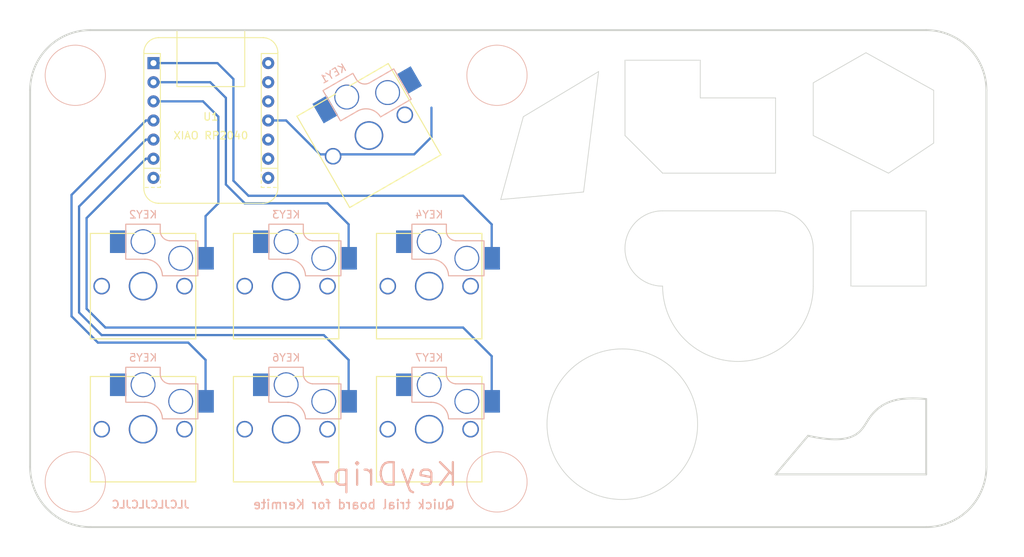
<source format=kicad_pcb>
(kicad_pcb (version 20211014) (generator pcbnew)
  (layers (0 "F.Cu" signal) (31 "B.Cu" signal) (34 "B.Paste" user) (35 "F.Paste" user) (36 "B.SilkS" user "B.Silkscreen") (37 "F.SilkS" user "F.Silkscreen") (38 "B.Mask" user) (39 "F.Mask" user) (44 "Edge.Cuts" user))
  (net 0 "")
  (net 1 "key1")
  (net 2 "GND")
  (net 3 "key2")
  (net 4 "key3")
  (net 5 "key4")
  (net 6 "key5")
  (net 7 "key6")
  (net 8 "key7")
  (footprint "local_footprints:choc_socket" (layer "F.Cu") (at 90 109 180)
    (fp_text reference "KEY6" (at 0 9.5) (layer "B.SilkS") (effects (justify mirror)))
    (fp_text value "SW_KEY" hide)
    (fp_line (start -3.5 6.025) (end -7.275 6.025) (layer "B.SilkS") (width 0.15))
    (fp_line (start 2.3 3.6) (end 2.3 8.2) (layer "B.SilkS") (width 0.15))
    (fp_line (start 2.275 3.575) (end -0.275 3.575) (layer "B.SilkS") (width 0.15))
    (fp_line (start -2.575 1.375) (end -7.275 1.375) (layer "B.SilkS") (width 0.15))
    (fp_line (start -7.275 1.4) (end -7.275 6) (layer "B.SilkS") (width 0.15))
    (fp_line (start -2.28 7.5) (end -2.28 8.2) (layer "B.SilkS") (width 0.15))
    (fp_line (start 2.275 8.225) (end -2.275 8.225) (layer "B.SilkS") (width 0.15))
    (fp_arc (start -3.5 6.03) (mid -2.595908 6.48733) (end -2.28 7.45) (layer "B.SilkS") (width 0.15))
    (fp_arc (start -0.2 3.57) (mid -1.834422 2.975843) (end -2.57 1.4) (layer "B.SilkS") (width 0.15))
    (fp_line (start -7 -7) (end 7 -7) (layer "F.SilkS") (width 0.15))
    (fp_line (start -7 7) (end -7 -7) (layer "F.SilkS") (width 0.15))
    (fp_line (start 7 7) (end -7 7) (layer "F.SilkS") (width 0.15))
    (fp_line (start 7 -7) (end 7 7) (layer "F.SilkS") (width 0.15))
    (pad "" thru_hole circle (at 0 0 270) (size 3.8 3.8) (drill 3.4) (layers *.Cu *.Mask))
    (pad "" thru_hole circle (at 0 5.9 270) (size 3.3 3.3) (drill 3) (layers *.Cu *.Mask))
    (pad "" thru_hole circle (at -5.5 0 270) (size 2.2 2.2) (drill 1.8) (layers *.Cu *.Mask))
    (pad "" thru_hole circle (at -5 3.7 270) (size 3.3 3.3) (drill 3) (layers *.Cu *.Mask))
    (pad "" thru_hole circle (at 5.5 0 270) (size 2.2 2.2) (drill 1.8) (layers *.Cu *.Mask))
    (pad "1" smd rect (at -8.3 3.7) (size 2.2 3) (layers "B.Cu" "B.Paste" "B.Mask") (net 7 "key6"))
    (pad "2" smd rect (at 3.3 5.9) (size 2.2 3) (layers "B.Cu" "B.Paste" "B.Mask") (net 2 "GND"))
  )
  (footprint "local_footprints:choc_socket" (layer "F.Cu") (at 90 90 180)
    (fp_text reference "KEY3" (at 0 9.5) (layer "B.SilkS") (effects (justify mirror)))
    (fp_text value "SW_KEY" hide)
    (fp_line (start -2.575 1.375) (end -7.275 1.375) (layer "B.SilkS") (width 0.15))
    (fp_line (start 2.275 8.225) (end -2.275 8.225) (layer "B.SilkS") (width 0.15))
    (fp_line (start -7.275 1.4) (end -7.275 6) (layer "B.SilkS") (width 0.15))
    (fp_line (start 2.275 3.575) (end -0.275 3.575) (layer "B.SilkS") (width 0.15))
    (fp_line (start -3.5 6.025) (end -7.275 6.025) (layer "B.SilkS") (width 0.15))
    (fp_line (start -2.28 7.5) (end -2.28 8.2) (layer "B.SilkS") (width 0.15))
    (fp_line (start 2.3 3.6) (end 2.3 8.2) (layer "B.SilkS") (width 0.15))
    (fp_arc (start -0.2 3.57) (mid -1.834422 2.975843) (end -2.57 1.4) (layer "B.SilkS") (width 0.15))
    (fp_arc (start -3.5 6.03) (mid -2.595908 6.48733) (end -2.28 7.45) (layer "B.SilkS") (width 0.15))
    (fp_line (start -7 -7) (end 7 -7) (layer "F.SilkS") (width 0.15))
    (fp_line (start -7 7) (end -7 -7) (layer "F.SilkS") (width 0.15))
    (fp_line (start 7 7) (end -7 7) (layer "F.SilkS") (width 0.15))
    (fp_line (start 7 -7) (end 7 7) (layer "F.SilkS") (width 0.15))
    (pad "" thru_hole circle (at -5.5 0 270) (size 2.2 2.2) (drill 1.8) (layers *.Cu *.Mask))
    (pad "" thru_hole circle (at 0 5.9 270) (size 3.3 3.3) (drill 3) (layers *.Cu *.Mask))
    (pad "" thru_hole circle (at 5.5 0 270) (size 2.2 2.2) (drill 1.8) (layers *.Cu *.Mask))
    (pad "" thru_hole circle (at 0 0 270) (size 3.8 3.8) (drill 3.4) (layers *.Cu *.Mask))
    (pad "" thru_hole circle (at -5 3.7 270) (size 3.3 3.3) (drill 3) (layers *.Cu *.Mask))
    (pad "1" smd rect (at -8.3 3.7) (size 2.2 3) (layers "B.Cu" "B.Paste" "B.Mask") (net 4 "key3"))
    (pad "2" smd rect (at 3.3 5.9) (size 2.2 3) (layers "B.Cu" "B.Paste" "B.Mask") (net 2 "GND"))
  )
  (footprint "local_footprints:choc_socket" (layer "F.Cu") (at 109 109 180)
    (fp_text reference "KEY7" (at 0 9.5) (layer "B.SilkS") (effects (justify mirror)))
    (fp_text value "SW_KEY" hide)
    (fp_line (start -3.5 6.025) (end -7.275 6.025) (layer "B.SilkS") (width 0.15))
    (fp_line (start 2.275 8.225) (end -2.275 8.225) (layer "B.SilkS") (width 0.15))
    (fp_line (start -7.275 1.4) (end -7.275 6) (layer "B.SilkS") (width 0.15))
    (fp_line (start 2.275 3.575) (end -0.275 3.575) (layer "B.SilkS") (width 0.15))
    (fp_line (start -2.575 1.375) (end -7.275 1.375) (layer "B.SilkS") (width 0.15))
    (fp_line (start -2.28 7.5) (end -2.28 8.2) (layer "B.SilkS") (width 0.15))
    (fp_line (start 2.3 3.6) (end 2.3 8.2) (layer "B.SilkS") (width 0.15))
    (fp_arc (start -3.5 6.03) (mid -2.595908 6.48733) (end -2.28 7.45) (layer "B.SilkS") (width 0.15))
    (fp_arc (start -0.2 3.57) (mid -1.834422 2.975843) (end -2.57 1.4) (layer "B.SilkS") (width 0.15))
    (fp_line (start -7 -7) (end 7 -7) (layer "F.SilkS") (width 0.15))
    (fp_line (start 7 -7) (end 7 7) (layer "F.SilkS") (width 0.15))
    (fp_line (start -7 7) (end -7 -7) (layer "F.SilkS") (width 0.15))
    (fp_line (start 7 7) (end -7 7) (layer "F.SilkS") (width 0.15))
    (pad "" thru_hole circle (at 0 5.9 270) (size 3.3 3.3) (drill 3) (layers *.Cu *.Mask))
    (pad "" thru_hole circle (at -5 3.7 270) (size 3.3 3.3) (drill 3) (layers *.Cu *.Mask))
    (pad "" thru_hole circle (at 5.5 0 270) (size 2.2 2.2) (drill 1.8) (layers *.Cu *.Mask))
    (pad "" thru_hole circle (at 0 0 270) (size 3.8 3.8) (drill 3.4) (layers *.Cu *.Mask))
    (pad "" thru_hole circle (at -5.5 0 270) (size 2.2 2.2) (drill 1.8) (layers *.Cu *.Mask))
    (pad "1" smd rect (at -8.3 3.7) (size 2.2 3) (layers "B.Cu" "B.Paste" "B.Mask") (net 8 "key7"))
    (pad "2" smd rect (at 3.3 5.9) (size 2.2 3) (layers "B.Cu" "B.Paste" "B.Mask") (net 2 "GND"))
  )
  (footprint "local_footprints:choc_socket" (layer "F.Cu") (at 71 109 180)
    (fp_text reference "KEY5" (at 0 9.5) (layer "B.SilkS") (effects (justify mirror)))
    (fp_text value "SW_KEY" hide)
    (fp_line (start 2.3 3.6) (end 2.3 8.2) (layer "B.SilkS") (width 0.15))
    (fp_line (start -2.28 7.5) (end -2.28 8.2) (layer "B.SilkS") (width 0.15))
    (fp_line (start -7.275 1.4) (end -7.275 6) (layer "B.SilkS") (width 0.15))
    (fp_line (start -3.5 6.025) (end -7.275 6.025) (layer "B.SilkS") (width 0.15))
    (fp_line (start 2.275 3.575) (end -0.275 3.575) (layer "B.SilkS") (width 0.15))
    (fp_line (start -2.575 1.375) (end -7.275 1.375) (layer "B.SilkS") (width 0.15))
    (fp_line (start 2.275 8.225) (end -2.275 8.225) (layer "B.SilkS") (width 0.15))
    (fp_arc (start -3.5 6.03) (mid -2.595908 6.48733) (end -2.28 7.45) (layer "B.SilkS") (width 0.15))
    (fp_arc (start -0.2 3.57) (mid -1.834422 2.975843) (end -2.57 1.4) (layer "B.SilkS") (width 0.15))
    (fp_line (start 7 7) (end -7 7) (layer "F.SilkS") (width 0.15))
    (fp_line (start 7 -7) (end 7 7) (layer "F.SilkS") (width 0.15))
    (fp_line (start -7 -7) (end 7 -7) (layer "F.SilkS") (width 0.15))
    (fp_line (start -7 7) (end -7 -7) (layer "F.SilkS") (width 0.15))
    (pad "" thru_hole circle (at -5 3.7 270) (size 3.3 3.3) (drill 3) (layers *.Cu *.Mask))
    (pad "" thru_hole circle (at 0 0 270) (size 3.8 3.8) (drill 3.4) (layers *.Cu *.Mask))
    (pad "" thru_hole circle (at 0 5.9 270) (size 3.3 3.3) (drill 3) (layers *.Cu *.Mask))
    (pad "" thru_hole circle (at 5.5 0 270) (size 2.2 2.2) (drill 1.8) (layers *.Cu *.Mask))
    (pad "" thru_hole circle (at -5.5 0 270) (size 2.2 2.2) (drill 1.8) (layers *.Cu *.Mask))
    (pad "1" smd rect (at -8.3 3.7) (size 2.2 3) (layers "B.Cu" "B.Paste" "B.Mask") (net 6 "key5"))
    (pad "2" smd rect (at 3.3 5.9) (size 2.2 3) (layers "B.Cu" "B.Paste" "B.Mask") (net 2 "GND"))
  )
  (footprint "local_footprints:choc_socket" (layer "F.Cu") (at 101 70 -150)
    (fp_text reference "KEY1" (at 0 9.5 -330) (layer "B.SilkS") (effects (justify mirror)))
    (fp_text value "SW_KEY" hide)
    (fp_line (start -3.5 6.025) (end -7.275 6.025) (layer "B.SilkS") (width 0.15))
    (fp_line (start 2.3 3.6) (end 2.3 8.2) (layer "B.SilkS") (width 0.15))
    (fp_line (start 2.275 3.575) (end -0.275 3.575) (layer "B.SilkS") (width 0.15))
    (fp_line (start -2.575 1.375) (end -7.275 1.375) (layer "B.SilkS") (width 0.15))
    (fp_line (start -2.28 7.5) (end -2.28 8.2) (layer "B.SilkS") (width 0.15))
    (fp_line (start -7.275 1.4) (end -7.275 6) (layer "B.SilkS") (width 0.15))
    (fp_line (start 2.275 8.225) (end -2.275 8.225) (layer "B.SilkS") (width 0.15))
    (fp_arc (start -3.5 6.03) (mid -2.595909 6.48733) (end -2.28 7.45) (layer "B.SilkS") (width 0.15))
    (fp_arc (start -0.2 3.57) (mid -1.834422 2.975843) (end -2.57 1.4) (layer "B.SilkS") (width 0.15))
    (fp_line (start -7 7) (end -7 -7) (layer "F.SilkS") (width 0.15))
    (fp_line (start 7 -7) (end 7 7) (layer "F.SilkS") (width 0.15))
    (fp_line (start 7 7) (end -7 7) (layer "F.SilkS") (width 0.15))
    (fp_line (start -7 -7) (end 7 -7) (layer "F.SilkS") (width 0.15))
    (pad "" thru_hole circle (at -5 3.7 300) (size 3.3 3.3) (drill 3) (layers *.Cu *.Mask))
    (pad "" thru_hole circle (at 0 0 300) (size 3.8 3.8) (drill 3.4) (layers *.Cu *.Mask))
    (pad "" thru_hole circle (at 0 5.9 300) (size 3.3 3.3) (drill 3) (layers *.Cu *.Mask))
    (pad "" thru_hole circle (at -5.5 0 300) (size 2.2 2.2) (drill 1.8) (layers *.Cu *.Mask))
    (pad "" thru_hole circle (at 5.5 0 300) (size 2.2 2.2) (drill 1.8) (layers *.Cu *.Mask))
    (pad "1" smd rect (at -8.3 3.7 30) (size 2.2 3) (layers "B.Cu" "B.Paste" "B.Mask") (net 1 "key1"))
    (pad "2" smd rect (at 3.3 5.9 30) (size 2.2 3) (layers "B.Cu" "B.Paste" "B.Mask") (net 2 "GND"))
  )
  (footprint "local_footprints:choc_socket" (layer "F.Cu") (at 109 90 180)
    (fp_text reference "KEY4" (at 0 9.5) (layer "B.SilkS") (effects (justify mirror)))
    (fp_text value "SW_KEY" hide)
    (fp_line (start -3.5 6.025) (end -7.275 6.025) (layer "B.SilkS") (width 0.15))
    (fp_line (start -2.575 1.375) (end -7.275 1.375) (layer "B.SilkS") (width 0.15))
    (fp_line (start 2.275 3.575) (end -0.275 3.575) (layer "B.SilkS") (width 0.15))
    (fp_line (start 2.3 3.6) (end 2.3 8.2) (layer "B.SilkS") (width 0.15))
    (fp_line (start 2.275 8.225) (end -2.275 8.225) (layer "B.SilkS") (width 0.15))
    (fp_line (start -7.275 1.4) (end -7.275 6) (layer "B.SilkS") (width 0.15))
    (fp_line (start -2.28 7.5) (end -2.28 8.2) (layer "B.SilkS") (width 0.15))
    (fp_arc (start -3.5 6.03) (mid -2.595908 6.48733) (end -2.28 7.45) (layer "B.SilkS") (width 0.15))
    (fp_arc (start -0.2 3.57) (mid -1.834422 2.975843) (end -2.57 1.4) (layer "B.SilkS") (width 0.15))
    (fp_line (start -7 -7) (end 7 -7) (layer "F.SilkS") (width 0.15))
    (fp_line (start -7 7) (end -7 -7) (layer "F.SilkS") (width 0.15))
    (fp_line (start 7 -7) (end 7 7) (layer "F.SilkS") (width 0.15))
    (fp_line (start 7 7) (end -7 7) (layer "F.SilkS") (width 0.15))
    (pad "" thru_hole circle (at 5.5 0 270) (size 2.2 2.2) (drill 1.8) (layers *.Cu *.Mask))
    (pad "" thru_hole circle (at 0 5.9 270) (size 3.3 3.3) (drill 3) (layers *.Cu *.Mask))
    (pad "" thru_hole circle (at 0 0 270) (size 3.8 3.8) (drill 3.4) (layers *.Cu *.Mask))
    (pad "" thru_hole circle (at -5 3.7 270) (size 3.3 3.3) (drill 3) (layers *.Cu *.Mask))
    (pad "" thru_hole circle (at -5.5 0 270) (size 2.2 2.2) (drill 1.8) (layers *.Cu *.Mask))
    (pad "1" smd rect (at -8.3 3.7) (size 2.2 3) (layers "B.Cu" "B.Paste" "B.Mask") (net 5 "key4"))
    (pad "2" smd rect (at 3.3 5.9) (size 2.2 3) (layers "B.Cu" "B.Paste" "B.Mask") (net 2 "GND"))
  )
  (footprint "local_footprints:choc_socket" (layer "F.Cu") (at 71 90 180)
    (fp_text reference "KEY2" (at 0 9.5) (layer "B.SilkS") (effects (justify mirror)))
    (fp_text value "SW_KEY" hide)
    (fp_line (start 2.275 8.225) (end -2.275 8.225) (layer "B.SilkS") (width 0.15))
    (fp_line (start -7.275 1.4) (end -7.275 6) (layer "B.SilkS") (width 0.15))
    (fp_line (start -2.28 7.5) (end -2.28 8.2) (layer "B.SilkS") (width 0.15))
    (fp_line (start -2.575 1.375) (end -7.275 1.375) (layer "B.SilkS") (width 0.15))
    (fp_line (start -3.5 6.025) (end -7.275 6.025) (layer "B.SilkS") (width 0.15))
    (fp_line (start 2.3 3.6) (end 2.3 8.2) (layer "B.SilkS") (width 0.15))
    (fp_line (start 2.275 3.575) (end -0.275 3.575) (layer "B.SilkS") (width 0.15))
    (fp_arc (start -3.5 6.03) (mid -2.595908 6.48733) (end -2.28 7.45) (layer "B.SilkS") (width 0.15))
    (fp_arc (start -0.2 3.57) (mid -1.834422 2.975843) (end -2.57 1.4) (layer "B.SilkS") (width 0.15))
    (fp_line (start -7 -7) (end 7 -7) (layer "F.SilkS") (width 0.15))
    (fp_line (start -7 7) (end -7 -7) (layer "F.SilkS") (width 0.15))
    (fp_line (start 7 -7) (end 7 7) (layer "F.SilkS") (width 0.15))
    (fp_line (start 7 7) (end -7 7) (layer "F.SilkS") (width 0.15))
    (pad "" thru_hole circle (at 0 0 270) (size 3.8 3.8) (drill 3.4) (layers *.Cu *.Mask))
    (pad "" thru_hole circle (at -5 3.7 270) (size 3.3 3.3) (drill 3) (layers *.Cu *.Mask))
    (pad "" thru_hole circle (at 5.5 0 270) (size 2.2 2.2) (drill 1.8) (layers *.Cu *.Mask))
    (pad "" thru_hole circle (at -5.5 0 270) (size 2.2 2.2) (drill 1.8) (layers *.Cu *.Mask))
    (pad "" thru_hole circle (at 0 5.9 270) (size 3.3 3.3) (drill 3) (layers *.Cu *.Mask))
    (pad "1" smd rect (at -8.3 3.7) (size 2.2 3) (layers "B.Cu" "B.Paste" "B.Mask") (net 3 "key2"))
    (pad "2" smd rect (at 3.3 5.9) (size 2.2 3) (layers "B.Cu" "B.Paste" "B.Mask") (net 2 "GND"))
  )
  (footprint "local_footprints:xiao_rp2040" (layer "F.Cu") (at 80 68)
    (fp_text reference "U1" (at 0 -0.5 unlocked) (layer "F.SilkS"))
    (fp_text value "XIAO RP2040" (at 0 2 unlocked) (layer "F.SilkS"))
    (fp_line (start 6.7 8.75) (end 6.7 8.89) (layer "F.SilkS") (width 0.13))
    (fp_line (start -6.7 8.75) (end -6.7 8.89) (layer "F.SilkS") (width 0.13))
    (fp_line (start -6.7 -8.89) (end -6.7 6.35) (layer "F.SilkS") (width 0.13))
    (fp_line (start 8.7 8.89) (end 8.3 8.89) (layer "F.SilkS") (width 0.13))
    (fp_line (start -8.9 -9) (end -8.9 9) (layer "F.SilkS") (width 0.13))
    (fp_line (start -7 11) (end 7 11) (layer "F.SilkS") (width 0.13))
    (fp_line (start -7.5 8.89) (end -7.9 8.89) (layer "F.SilkS") (width 0.13))
    (fp_line (start -8.8 -8.89) (end -6.7 -8.89) (layer "F.SilkS") (width 0.13))
    (fp_line (start -8.3 8.89) (end -8.7 8.89) (layer "F.SilkS") (width 0.13))
    (fp_line (start 7.1 8.89) (end 6.7 8.89) (layer "F.SilkS") (width 0.13))
    (fp_line (start 4.5 -12) (end -4.5 -12) (layer "F.SilkS") (width 0.13))
    (fp_line (start -6.7 6.35) (end -6.7 6.75) (layer "F.SilkS") (width 0.13))
    (fp_line (start 6.7 7.95) (end 6.7 8.35) (layer "F.SilkS") (width 0.13))
    (fp_line (start -6.7 7.15) (end -6.7 7.55) (layer "F.SilkS") (width 0.13))
    (fp_line (start 6.7 6.35) (end 6.7 -8.89) (layer "F.SilkS") (width 0.13))
    (fp_line (start -4.5 -12) (end -4.5 -4.5) (layer "F.SilkS") (width 0.13))
    (fp_line (start 6.7 -8.89) (end 8.8 -8.89) (layer "F.SilkS") (width 0.13))
    (fp_line (start 6.7 7.15) (end 6.7 7.55) (layer "F.SilkS") (width 0.13))
    (fp_line (start 7 -11) (end -7 -11) (layer "F.SilkS") (width 0.13))
    (fp_line (start 8.9 9) (end 8.9 -9) (layer "F.SilkS") (width 0.13))
    (fp_line (start -8.8 6.35) (end -6.7 6.35) (layer "F.SilkS") (width 0.13))
    (fp_line (start -6.7 8.89) (end -7.1 8.89) (layer "F.SilkS") (width 0.13))
    (fp_line (start -6.7 7.95) (end -6.7 8.35) (layer "F.SilkS") (width 0.13))
    (fp_line (start 6.7 6.35) (end 8.8 6.35) (layer "F.SilkS") (width 0.13))
    (fp_line (start 6.7 6.35) (end 6.7 6.75) (layer "F.SilkS") (width 0.13))
    (fp_line (start 7.9 8.89) (end 7.5 8.89) (layer "F.SilkS") (width 0.13))
    (fp_line (start -4.5 -4.5) (end 4.5 -4.5) (layer "F.SilkS") (width 0.13))
    (fp_line (start 4.5 -4.5) (end 4.5 -12) (layer "F.SilkS") (width 0.13))
    (fp_arc (start -6.9 11) (mid -8.314214 10.414214) (end -8.9 9) (layer "F.SilkS") (width 0.13))
    (fp_arc (start 8.9 9) (mid 8.314214 10.414214) (end 6.9 11) (layer "F.SilkS") (width 0.13))
    (fp_arc (start 6.9 -11) (mid 8.314214 -10.414214) (end 8.9 -9) (layer "F.SilkS") (width 0.13))
    (fp_arc (start -8.9 -9) (mid -8.314214 -10.414214) (end -6.9 -11) (layer "F.SilkS") (width 0.13))
    (pad "1" thru_hole rect (at -7.62 -7.62 180) (size 1.6 1.6) (drill 0.8) (layers *.Cu *.Mask) (net 5 "key4"))
    (pad "2" thru_hole circle (at -7.62 -5.08 180) (size 1.6 1.6) (drill 0.8) (layers *.Cu *.Mask) (net 4 "key3"))
    (pad "3" thru_hole circle (at -7.62 -2.54 180) (size 1.6 1.6) (drill 0.8) (layers *.Cu *.Mask) (net 3 "key2"))
    (pad "4" thru_hole circle (at -7.62 0 180) (size 1.6 1.6) (drill 0.8) (layers *.Cu *.Mask) (net 6 "key5"))
    (pad "5" thru_hole circle (at -7.62 2.54 180) (size 1.6 1.6) (drill 0.8) (layers *.Cu *.Mask) (net 7 "key6"))
    (pad "6" thru_hole circle (at -7.62 5.08 180) (size 1.6 1.6) (drill 0.8) (layers *.Cu *.Mask) (net 8 "key7"))
    (pad "7" thru_hole circle (at -7.62 7.62 180) (size 1.6 1.6) (drill 0.8) (layers *.Cu *.Mask))
    (pad "8" thru_hole circle (at 7.62 7.62 180) (size 1.6 1.6) (drill 0.8) (layers *.Cu *.Mask))
    (pad "9" thru_hole circle (at 7.62 5.08 180) (size 1.6 1.6) (drill 0.8) (layers *.Cu *.Mask))
    (pad "10" thru_hole circle (at 7.62 2.54 180) (size 1.6 1.6) (drill 0.8) (layers *.Cu *.Mask))
    (pad "11" thru_hole circle (at 7.62 0 180) (size 1.6 1.6) (drill 0.8) (layers *.Cu *.Mask) (net 1 "key1"))
    (pad "12" thru_hole circle (at 7.62 -2.54 180) (size 1.6 1.6) (drill 0.8) (layers *.Cu *.Mask))
    (pad "13" thru_hole circle (at 7.62 -5.08 180) (size 1.6 1.6) (drill 0.8) (layers *.Cu *.Mask) (net 2 "GND"))
    (pad "14" thru_hole circle (at 7.62 -7.62 180) (size 1.6 1.6) (drill 0.8) (layers *.Cu *.Mask))
  )
  (gr_circle (center 62 62) (end 66 62) (layer "B.SilkS") (width 0.1) (fill none))
  (gr_circle (center 62 116) (end 66 116) (layer "B.SilkS") (width 0.1) (fill none))
  (gr_circle (center 118 116) (end 122 116) (layer "B.SilkS") (width 0.1) (fill none))
  (gr_circle (center 118 62) (end 122 62) (layer "B.SilkS") (width 0.1) (fill none))
  (gr_rect (start 165 80) (end 175 90) (layer "Edge.Cuts") (width 0.1) (fill none))
  (gr_arc (start 140 90) (mid 135 85) (end 140 80) (layer "Edge.Cuts") (width 0.1))
  (gr_line (start 175 115) (end 175 105) (layer "Edge.Cuts") (width 0.25))
  (gr_curve (pts (xy 167.353952 107.663485) (xy 168.334742 106.171102) (xy 169.669483 105.342204) (xy 171.335798 105.049428)) (layer "Edge.Cuts") (width 0.25))
  (gr_arc (start 160 90) (mid 150 100) (end 140 90) (layer "Edge.Cuts") (width 0.1))
  (gr_line (start 129.5 77.5) (end 131.5 61.5) (layer "Edge.Cuts") (width 0.1))
  (gr_line (start 183 114) (end 183 64) (layer "Edge.Cuts") (width 0.25))
  (gr_line (start 118.5 78.5) (end 129.5 77.5) (layer "Edge.Cuts") (width 0.1))
  (gr_line (start 140 75) (end 135 70) (layer "Edge.Cuts") (width 0.1))
  (gr_curve (pts (xy 159.316285 109.871674) (xy 165.746326 111.311735) (xy 166.373163 109.155867) (xy 167.353952 107.663485)) (layer "Edge.Cuts") (width 0.25))
  (gr_line (start 135 70) (end 135 60) (layer "Edge.Cuts") (width 0.1))
  (gr_line (start 131.5 61.5) (end 121.5 67.5) (layer "Edge.Cuts") (width 0.1))
  (gr_line (start 160 85) (end 160 90) (layer "Edge.Cuts") (width 0.1))
  (gr_line (start 145 65) (end 155 65) (layer "Edge.Cuts") (width 0.1))
  (gr_line (start 155 65) (end 155 75) (layer "Edge.Cuts") (width 0.1))
  (gr_line (start 145 60) (end 145 65) (layer "Edge.Cuts") (width 0.1))
  (gr_line (start 155 80) (end 140 80) (layer "Edge.Cuts") (width 0.1))
  (gr_arc (start 183 114) (mid 180.656854 119.656854) (end 175 122) (layer "Edge.Cuts") (width 0.25))
  (gr_circle (center 134.646048 108.336515) (end 144.646048 108.336515) (layer "Edge.Cuts") (width 0.1) (fill none))
  (gr_poly (pts (xy 176 64) (xy 176 71) (xy 170 75) (xy 160 70) (xy 160 63) (xy 167 59)) (layer "Edge.Cuts") (width 0.1) (fill none))
  (gr_arc (start 56 64) (mid 58.343146 58.343146) (end 64 56) (layer "Edge.Cuts") (width 0.25))
  (gr_line (start 64 122) (end 175 122) (layer "Edge.Cuts") (width 0.25))
  (gr_curve (pts (xy 171.335798 105.049428) (xy 173.002112 104.756653) (xy 175 105) (xy 175 105)) (layer "Edge.Cuts") (width 0.25))
  (gr_arc (start 155 80) (mid 158.535534 81.464466) (end 160 85) (layer "Edge.Cuts") (width 0.1))
  (gr_arc (start 175 56) (mid 180.656854 58.343146) (end 183 64) (layer "Edge.Cuts") (width 0.25))
  (gr_line (start 155 115) (end 175 115) (layer "Edge.Cuts") (width 0.25))
  (gr_line (start 175 56) (end 64 56) (layer "Edge.Cuts") (width 0.25))
  (gr_line (start 159.316285 109.871674) (end 155 115) (layer "Edge.Cuts") (width 0.25))
  (gr_line (start 135 60) (end 145 60) (layer "Edge.Cuts") (width 0.1))
  (gr_line (start 155 75) (end 140 75) (layer "Edge.Cuts") (width 0.1))
  (gr_arc (start 64 122) (mid 58.343146 119.656854) (end 56 114) (layer "Edge.Cuts") (width 0.25))
  (gr_line (start 121.5 67.5) (end 118.5 78.5) (layer "Edge.Cuts") (width 0.1))
  (gr_line (start 56 64) (end 56 114) (layer "Edge.Cuts") (width 0.25))
  (gr_text "KeyDrip7" (at 103 115) (layer "B.SilkS") (effects (font (size 3 3) (thickness 0.3)) (justify mirror)))
  (gr_text "Quick trial board for Kermite" (at 99 119) (layer "B.SilkS") (effects (font (size 1.2 1.2) (thickness 0.2)) (justify mirror)))
  (gr_text "JLCJLCJLCJLC" (at 72 119) (layer "B.SilkS") (effects (font (size 1 1) (thickness 0.2)) (justify mirror)))
  (segment (start 107 72.5) (end 94.5 72.5) (width 0.3) (layer "B.Cu") (net 1))
  (segment (start 109.3 70.2) (end 107 72.5) (width 0.3) (layer "B.Cu") (net 1))
  (segment (start 90 68) (end 87.62 68) (width 0.3) (layer "B.Cu") (net 1))
  (segment (start 94.5 72.5) (end 90 68) (width 0.3) (layer "B.Cu") (net 1))
  (segment (start 109.3 66.3) (end 109.3 70.2) (width 0.3) (layer "B.Cu") (net 1))
  (segment (start 81 79) (end 79.3 80.7) (width 0.3) (layer "B.Cu") (net 3))
  (segment (start 81 67.5) (end 81 79) (width 0.3) (layer "B.Cu") (net 3))
  (segment (start 72.38 65.46) (end 78.96 65.46) (width 0.3) (layer "B.Cu") (net 3))
  (segment (start 78.96 65.46) (end 81 67.5) (width 0.3) (layer "B.Cu") (net 3))
  (segment (start 79.3 80.7) (end 79.3 86.3) (width 0.3) (layer "B.Cu") (net 3))
  (segment (start 82 76.5) (end 84.5 79) (width 0.3) (layer "B.Cu") (net 4))
  (segment (start 98.3 81.8) (end 98.3 86.3) (width 0.3) (layer "B.Cu") (net 4))
  (segment (start 84.5 79) (end 95.5 79) (width 0.3) (layer "B.Cu") (net 4))
  (segment (start 79.92 62.92) (end 82 65) (width 0.3) (layer "B.Cu") (net 4))
  (segment (start 82 65) (end 82 76.5) (width 0.3) (layer "B.Cu") (net 4))
  (segment (start 72.38 62.92) (end 79.92 62.92) (width 0.3) (layer "B.Cu") (net 4))
  (segment (start 95.5 79) (end 98.3 81.8) (width 0.3) (layer "B.Cu") (net 4))
  (segment (start 83 76) (end 83 62.5) (width 0.3) (layer "B.Cu") (net 5))
  (segment (start 117.3 81.8) (end 113.5 78) (width 0.3) (layer "B.Cu") (net 5))
  (segment (start 72.38 60.38) (end 80.88 60.38) (width 0.3) (layer "B.Cu") (net 5))
  (segment (start 85 78) (end 83 76) (width 0.3) (layer "B.Cu") (net 5))
  (segment (start 117.3 86.3) (end 117.3 81.8) (width 0.3) (layer "B.Cu") (net 5))
  (segment (start 80.88 60.38) (end 83 62.5) (width 0.3) (layer "B.Cu") (net 5))
  (segment (start 113.5 78) (end 85 78) (width 0.3) (layer "B.Cu") (net 5))
  (segment (start 77 97.5) (end 65 97.5) (width 0.3) (layer "B.Cu") (net 6))
  (segment (start 79.3 99.8) (end 77 97.5) (width 0.3) (layer "B.Cu") (net 6))
  (segment (start 71.38 68) (end 72.38 68) (width 0.3) (layer "B.Cu") (net 6))
  (segment (start 79.3 105.3) (end 79.3 99.8) (width 0.3) (layer "B.Cu") (net 6))
  (segment (start 65 97.5) (end 61.5 94) (width 0.3) (layer "B.Cu") (net 6))
  (segment (start 61.5 94) (end 61.5 77.88) (width 0.3) (layer "B.Cu") (net 6))
  (segment (start 61.5 77.88) (end 71.38 68) (width 0.3) (layer "B.Cu") (net 6))
  (segment (start 98.3 99.8) (end 95 96.5) (width 0.3) (layer "B.Cu") (net 7))
  (segment (start 62.5 93.5) (end 62.5 79.42) (width 0.3) (layer "B.Cu") (net 7))
  (segment (start 62.5 79.42) (end 71.38 70.54) (width 0.3) (layer "B.Cu") (net 7))
  (segment (start 71.38 70.54) (end 72.38 70.54) (width 0.3) (layer "B.Cu") (net 7))
  (segment (start 95 96.5) (end 65.5 96.5) (width 0.3) (layer "B.Cu") (net 7))
  (segment (start 98.3 105.3) (end 98.3 99.8) (width 0.3) (layer "B.Cu") (net 7))
  (segment (start 65.5 96.5) (end 62.5 93.5) (width 0.3) (layer "B.Cu") (net 7))
  (segment (start 66 95.5) (end 63.5 93) (width 0.3) (layer "B.Cu") (net 8))
  (segment (start 117.3 105.3) (end 117.3 99.3) (width 0.3) (layer "B.Cu") (net 8))
  (segment (start 71.38 73.08) (end 72.38 73.08) (width 0.3) (layer "B.Cu") (net 8))
  (segment (start 63.5 80.96) (end 71.38 73.08) (width 0.3) (layer "B.Cu") (net 8))
  (segment (start 63.5 93) (end 63.5 80.96) (width 0.3) (layer "B.Cu") (net 8))
  (segment (start 117.3 99.3) (end 113.5 95.5) (width 0.3) (layer "B.Cu") (net 8))
  (segment (start 113.5 95.5) (end 66 95.5) (width 0.3) (layer "B.Cu") (net 8))
)
</source>
